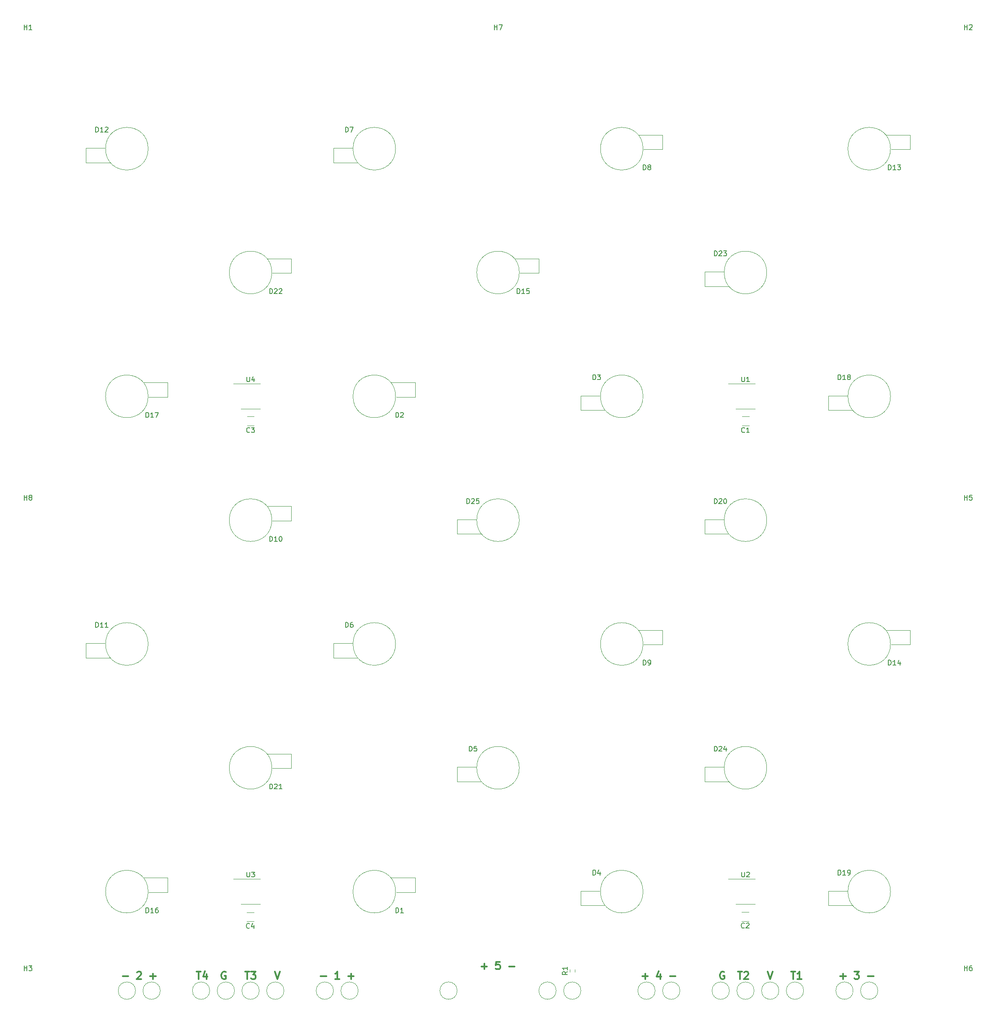
<source format=gbr>
%TF.GenerationSoftware,KiCad,Pcbnew,(5.99.0-7597-g9f5b12c7f7)*%
%TF.CreationDate,2021-12-15T12:42:07+01:00*%
%TF.ProjectId,reflector,7265666c-6563-4746-9f72-2e6b69636164,rev?*%
%TF.SameCoordinates,Original*%
%TF.FileFunction,Legend,Top*%
%TF.FilePolarity,Positive*%
%FSLAX46Y46*%
G04 Gerber Fmt 4.6, Leading zero omitted, Abs format (unit mm)*
G04 Created by KiCad (PCBNEW (5.99.0-7597-g9f5b12c7f7)) date 2021-12-15 12:42:07*
%MOMM*%
%LPD*%
G01*
G04 APERTURE LIST*
%ADD10C,0.375000*%
%ADD11C,0.150000*%
%ADD12C,0.120000*%
G04 APERTURE END LIST*
D10*
X195678571Y-221250000D02*
X195535714Y-221178571D01*
X195321428Y-221178571D01*
X195107142Y-221250000D01*
X194964285Y-221392857D01*
X194892857Y-221535714D01*
X194821428Y-221821428D01*
X194821428Y-222035714D01*
X194892857Y-222321428D01*
X194964285Y-222464285D01*
X195107142Y-222607142D01*
X195321428Y-222678571D01*
X195464285Y-222678571D01*
X195678571Y-222607142D01*
X195750000Y-222535714D01*
X195750000Y-222035714D01*
X195464285Y-222035714D01*
X198464285Y-221178571D02*
X199321428Y-221178571D01*
X198892857Y-222678571D02*
X198892857Y-221178571D01*
X199750000Y-221321428D02*
X199821428Y-221250000D01*
X199964285Y-221178571D01*
X200321428Y-221178571D01*
X200464285Y-221250000D01*
X200535714Y-221321428D01*
X200607142Y-221464285D01*
X200607142Y-221607142D01*
X200535714Y-221821428D01*
X199678571Y-222678571D01*
X200607142Y-222678571D01*
X204464285Y-221178571D02*
X204964285Y-222678571D01*
X205464285Y-221178571D01*
X209178571Y-221178571D02*
X210035714Y-221178571D01*
X209607142Y-222678571D02*
X209607142Y-221178571D01*
X211321428Y-222678571D02*
X210464285Y-222678571D01*
X210892857Y-222678571D02*
X210892857Y-221178571D01*
X210750000Y-221392857D01*
X210607142Y-221535714D01*
X210464285Y-221607142D01*
X179142857Y-222107142D02*
X180285714Y-222107142D01*
X179714285Y-222678571D02*
X179714285Y-221535714D01*
X182785714Y-221678571D02*
X182785714Y-222678571D01*
X182428571Y-221107142D02*
X182071428Y-222178571D01*
X183000000Y-222178571D01*
X184714285Y-222107142D02*
X185857142Y-222107142D01*
X146642857Y-220107142D02*
X147785714Y-220107142D01*
X147214285Y-220678571D02*
X147214285Y-219535714D01*
X150357142Y-219178571D02*
X149642857Y-219178571D01*
X149571428Y-219892857D01*
X149642857Y-219821428D01*
X149785714Y-219750000D01*
X150142857Y-219750000D01*
X150285714Y-219821428D01*
X150357142Y-219892857D01*
X150428571Y-220035714D01*
X150428571Y-220392857D01*
X150357142Y-220535714D01*
X150285714Y-220607142D01*
X150142857Y-220678571D01*
X149785714Y-220678571D01*
X149642857Y-220607142D01*
X149571428Y-220535714D01*
X152214285Y-220107142D02*
X153357142Y-220107142D01*
X114142857Y-222107142D02*
X115285714Y-222107142D01*
X117928571Y-222678571D02*
X117071428Y-222678571D01*
X117500000Y-222678571D02*
X117500000Y-221178571D01*
X117357142Y-221392857D01*
X117214285Y-221535714D01*
X117071428Y-221607142D01*
X119714285Y-222107142D02*
X120857142Y-222107142D01*
X120285714Y-222678571D02*
X120285714Y-221535714D01*
X219142857Y-222107142D02*
X220285714Y-222107142D01*
X219714285Y-222678571D02*
X219714285Y-221535714D01*
X222000000Y-221178571D02*
X222928571Y-221178571D01*
X222428571Y-221750000D01*
X222642857Y-221750000D01*
X222785714Y-221821428D01*
X222857142Y-221892857D01*
X222928571Y-222035714D01*
X222928571Y-222392857D01*
X222857142Y-222535714D01*
X222785714Y-222607142D01*
X222642857Y-222678571D01*
X222214285Y-222678571D01*
X222071428Y-222607142D01*
X222000000Y-222535714D01*
X224714285Y-222107142D02*
X225857142Y-222107142D01*
X74142857Y-222107142D02*
X75285714Y-222107142D01*
X77071428Y-221321428D02*
X77142857Y-221250000D01*
X77285714Y-221178571D01*
X77642857Y-221178571D01*
X77785714Y-221250000D01*
X77857142Y-221321428D01*
X77928571Y-221464285D01*
X77928571Y-221607142D01*
X77857142Y-221821428D01*
X77000000Y-222678571D01*
X77928571Y-222678571D01*
X79714285Y-222107142D02*
X80857142Y-222107142D01*
X80285714Y-222678571D02*
X80285714Y-221535714D01*
X89107142Y-221178571D02*
X89964285Y-221178571D01*
X89535714Y-222678571D02*
X89535714Y-221178571D01*
X91107142Y-221678571D02*
X91107142Y-222678571D01*
X90750000Y-221107142D02*
X90392857Y-222178571D01*
X91321428Y-222178571D01*
X94964285Y-221250000D02*
X94821428Y-221178571D01*
X94607142Y-221178571D01*
X94392857Y-221250000D01*
X94250000Y-221392857D01*
X94178571Y-221535714D01*
X94107142Y-221821428D01*
X94107142Y-222035714D01*
X94178571Y-222321428D01*
X94250000Y-222464285D01*
X94392857Y-222607142D01*
X94607142Y-222678571D01*
X94750000Y-222678571D01*
X94964285Y-222607142D01*
X95035714Y-222535714D01*
X95035714Y-222035714D01*
X94750000Y-222035714D01*
X98892857Y-221178571D02*
X99750000Y-221178571D01*
X99321428Y-222678571D02*
X99321428Y-221178571D01*
X100107142Y-221178571D02*
X101035714Y-221178571D01*
X100535714Y-221750000D01*
X100750000Y-221750000D01*
X100892857Y-221821428D01*
X100964285Y-221892857D01*
X101035714Y-222035714D01*
X101035714Y-222392857D01*
X100964285Y-222535714D01*
X100892857Y-222607142D01*
X100750000Y-222678571D01*
X100321428Y-222678571D01*
X100178571Y-222607142D01*
X100107142Y-222535714D01*
X104892857Y-221178571D02*
X105392857Y-222678571D01*
X105892857Y-221178571D01*
D11*
%TO.C,D22*%
X103865714Y-84262380D02*
X103865714Y-83262380D01*
X104103809Y-83262380D01*
X104246666Y-83310000D01*
X104341904Y-83405238D01*
X104389523Y-83500476D01*
X104437142Y-83690952D01*
X104437142Y-83833809D01*
X104389523Y-84024285D01*
X104341904Y-84119523D01*
X104246666Y-84214761D01*
X104103809Y-84262380D01*
X103865714Y-84262380D01*
X104818095Y-83357619D02*
X104865714Y-83310000D01*
X104960952Y-83262380D01*
X105199047Y-83262380D01*
X105294285Y-83310000D01*
X105341904Y-83357619D01*
X105389523Y-83452857D01*
X105389523Y-83548095D01*
X105341904Y-83690952D01*
X104770476Y-84262380D01*
X105389523Y-84262380D01*
X105770476Y-83357619D02*
X105818095Y-83310000D01*
X105913333Y-83262380D01*
X106151428Y-83262380D01*
X106246666Y-83310000D01*
X106294285Y-83357619D01*
X106341904Y-83452857D01*
X106341904Y-83548095D01*
X106294285Y-83690952D01*
X105722857Y-84262380D01*
X106341904Y-84262380D01*
%TO.C,U2*%
X199238095Y-201052380D02*
X199238095Y-201861904D01*
X199285714Y-201957142D01*
X199333333Y-202004761D01*
X199428571Y-202052380D01*
X199619047Y-202052380D01*
X199714285Y-202004761D01*
X199761904Y-201957142D01*
X199809523Y-201861904D01*
X199809523Y-201052380D01*
X200238095Y-201147619D02*
X200285714Y-201100000D01*
X200380952Y-201052380D01*
X200619047Y-201052380D01*
X200714285Y-201100000D01*
X200761904Y-201147619D01*
X200809523Y-201242857D01*
X200809523Y-201338095D01*
X200761904Y-201480952D01*
X200190476Y-202052380D01*
X200809523Y-202052380D01*
%TO.C,U4*%
X99238095Y-101052380D02*
X99238095Y-101861904D01*
X99285714Y-101957142D01*
X99333333Y-102004761D01*
X99428571Y-102052380D01*
X99619047Y-102052380D01*
X99714285Y-102004761D01*
X99761904Y-101957142D01*
X99809523Y-101861904D01*
X99809523Y-101052380D01*
X100714285Y-101385714D02*
X100714285Y-102052380D01*
X100476190Y-101004761D02*
X100238095Y-101719047D01*
X100857142Y-101719047D01*
%TO.C,D23*%
X193705714Y-76642380D02*
X193705714Y-75642380D01*
X193943809Y-75642380D01*
X194086666Y-75690000D01*
X194181904Y-75785238D01*
X194229523Y-75880476D01*
X194277142Y-76070952D01*
X194277142Y-76213809D01*
X194229523Y-76404285D01*
X194181904Y-76499523D01*
X194086666Y-76594761D01*
X193943809Y-76642380D01*
X193705714Y-76642380D01*
X194658095Y-75737619D02*
X194705714Y-75690000D01*
X194800952Y-75642380D01*
X195039047Y-75642380D01*
X195134285Y-75690000D01*
X195181904Y-75737619D01*
X195229523Y-75832857D01*
X195229523Y-75928095D01*
X195181904Y-76070952D01*
X194610476Y-76642380D01*
X195229523Y-76642380D01*
X195562857Y-75642380D02*
X196181904Y-75642380D01*
X195848571Y-76023333D01*
X195991428Y-76023333D01*
X196086666Y-76070952D01*
X196134285Y-76118571D01*
X196181904Y-76213809D01*
X196181904Y-76451904D01*
X196134285Y-76547142D01*
X196086666Y-76594761D01*
X195991428Y-76642380D01*
X195705714Y-76642380D01*
X195610476Y-76594761D01*
X195562857Y-76547142D01*
%TO.C,D13*%
X228865714Y-59262380D02*
X228865714Y-58262380D01*
X229103809Y-58262380D01*
X229246666Y-58310000D01*
X229341904Y-58405238D01*
X229389523Y-58500476D01*
X229437142Y-58690952D01*
X229437142Y-58833809D01*
X229389523Y-59024285D01*
X229341904Y-59119523D01*
X229246666Y-59214761D01*
X229103809Y-59262380D01*
X228865714Y-59262380D01*
X230389523Y-59262380D02*
X229818095Y-59262380D01*
X230103809Y-59262380D02*
X230103809Y-58262380D01*
X230008571Y-58405238D01*
X229913333Y-58500476D01*
X229818095Y-58548095D01*
X230722857Y-58262380D02*
X231341904Y-58262380D01*
X231008571Y-58643333D01*
X231151428Y-58643333D01*
X231246666Y-58690952D01*
X231294285Y-58738571D01*
X231341904Y-58833809D01*
X231341904Y-59071904D01*
X231294285Y-59167142D01*
X231246666Y-59214761D01*
X231151428Y-59262380D01*
X230865714Y-59262380D01*
X230770476Y-59214761D01*
X230722857Y-59167142D01*
%TO.C,D17*%
X78865714Y-109262380D02*
X78865714Y-108262380D01*
X79103809Y-108262380D01*
X79246666Y-108310000D01*
X79341904Y-108405238D01*
X79389523Y-108500476D01*
X79437142Y-108690952D01*
X79437142Y-108833809D01*
X79389523Y-109024285D01*
X79341904Y-109119523D01*
X79246666Y-109214761D01*
X79103809Y-109262380D01*
X78865714Y-109262380D01*
X80389523Y-109262380D02*
X79818095Y-109262380D01*
X80103809Y-109262380D02*
X80103809Y-108262380D01*
X80008571Y-108405238D01*
X79913333Y-108500476D01*
X79818095Y-108548095D01*
X80722857Y-108262380D02*
X81389523Y-108262380D01*
X80960952Y-109262380D01*
%TO.C,D20*%
X193705714Y-126642380D02*
X193705714Y-125642380D01*
X193943809Y-125642380D01*
X194086666Y-125690000D01*
X194181904Y-125785238D01*
X194229523Y-125880476D01*
X194277142Y-126070952D01*
X194277142Y-126213809D01*
X194229523Y-126404285D01*
X194181904Y-126499523D01*
X194086666Y-126594761D01*
X193943809Y-126642380D01*
X193705714Y-126642380D01*
X194658095Y-125737619D02*
X194705714Y-125690000D01*
X194800952Y-125642380D01*
X195039047Y-125642380D01*
X195134285Y-125690000D01*
X195181904Y-125737619D01*
X195229523Y-125832857D01*
X195229523Y-125928095D01*
X195181904Y-126070952D01*
X194610476Y-126642380D01*
X195229523Y-126642380D01*
X195848571Y-125642380D02*
X195943809Y-125642380D01*
X196039047Y-125690000D01*
X196086666Y-125737619D01*
X196134285Y-125832857D01*
X196181904Y-126023333D01*
X196181904Y-126261428D01*
X196134285Y-126451904D01*
X196086666Y-126547142D01*
X196039047Y-126594761D01*
X195943809Y-126642380D01*
X195848571Y-126642380D01*
X195753333Y-126594761D01*
X195705714Y-126547142D01*
X195658095Y-126451904D01*
X195610476Y-126261428D01*
X195610476Y-126023333D01*
X195658095Y-125832857D01*
X195705714Y-125737619D01*
X195753333Y-125690000D01*
X195848571Y-125642380D01*
%TO.C,D4*%
X169181904Y-201642380D02*
X169181904Y-200642380D01*
X169420000Y-200642380D01*
X169562857Y-200690000D01*
X169658095Y-200785238D01*
X169705714Y-200880476D01*
X169753333Y-201070952D01*
X169753333Y-201213809D01*
X169705714Y-201404285D01*
X169658095Y-201499523D01*
X169562857Y-201594761D01*
X169420000Y-201642380D01*
X169181904Y-201642380D01*
X170610476Y-200975714D02*
X170610476Y-201642380D01*
X170372380Y-200594761D02*
X170134285Y-201309047D01*
X170753333Y-201309047D01*
%TO.C,C1*%
X199833333Y-112207142D02*
X199785714Y-112254761D01*
X199642857Y-112302380D01*
X199547619Y-112302380D01*
X199404761Y-112254761D01*
X199309523Y-112159523D01*
X199261904Y-112064285D01*
X199214285Y-111873809D01*
X199214285Y-111730952D01*
X199261904Y-111540476D01*
X199309523Y-111445238D01*
X199404761Y-111350000D01*
X199547619Y-111302380D01*
X199642857Y-111302380D01*
X199785714Y-111350000D01*
X199833333Y-111397619D01*
X200785714Y-112302380D02*
X200214285Y-112302380D01*
X200500000Y-112302380D02*
X200500000Y-111302380D01*
X200404761Y-111445238D01*
X200309523Y-111540476D01*
X200214285Y-111588095D01*
%TO.C,H1*%
X54238095Y-30952380D02*
X54238095Y-29952380D01*
X54238095Y-30428571D02*
X54809523Y-30428571D01*
X54809523Y-30952380D02*
X54809523Y-29952380D01*
X55809523Y-30952380D02*
X55238095Y-30952380D01*
X55523809Y-30952380D02*
X55523809Y-29952380D01*
X55428571Y-30095238D01*
X55333333Y-30190476D01*
X55238095Y-30238095D01*
%TO.C,C3*%
X99833333Y-112207142D02*
X99785714Y-112254761D01*
X99642857Y-112302380D01*
X99547619Y-112302380D01*
X99404761Y-112254761D01*
X99309523Y-112159523D01*
X99261904Y-112064285D01*
X99214285Y-111873809D01*
X99214285Y-111730952D01*
X99261904Y-111540476D01*
X99309523Y-111445238D01*
X99404761Y-111350000D01*
X99547619Y-111302380D01*
X99642857Y-111302380D01*
X99785714Y-111350000D01*
X99833333Y-111397619D01*
X100166666Y-111302380D02*
X100785714Y-111302380D01*
X100452380Y-111683333D01*
X100595238Y-111683333D01*
X100690476Y-111730952D01*
X100738095Y-111778571D01*
X100785714Y-111873809D01*
X100785714Y-112111904D01*
X100738095Y-112207142D01*
X100690476Y-112254761D01*
X100595238Y-112302380D01*
X100309523Y-112302380D01*
X100214285Y-112254761D01*
X100166666Y-112207142D01*
%TO.C,D10*%
X103865714Y-134262380D02*
X103865714Y-133262380D01*
X104103809Y-133262380D01*
X104246666Y-133310000D01*
X104341904Y-133405238D01*
X104389523Y-133500476D01*
X104437142Y-133690952D01*
X104437142Y-133833809D01*
X104389523Y-134024285D01*
X104341904Y-134119523D01*
X104246666Y-134214761D01*
X104103809Y-134262380D01*
X103865714Y-134262380D01*
X105389523Y-134262380D02*
X104818095Y-134262380D01*
X105103809Y-134262380D02*
X105103809Y-133262380D01*
X105008571Y-133405238D01*
X104913333Y-133500476D01*
X104818095Y-133548095D01*
X106008571Y-133262380D02*
X106103809Y-133262380D01*
X106199047Y-133310000D01*
X106246666Y-133357619D01*
X106294285Y-133452857D01*
X106341904Y-133643333D01*
X106341904Y-133881428D01*
X106294285Y-134071904D01*
X106246666Y-134167142D01*
X106199047Y-134214761D01*
X106103809Y-134262380D01*
X106008571Y-134262380D01*
X105913333Y-134214761D01*
X105865714Y-134167142D01*
X105818095Y-134071904D01*
X105770476Y-133881428D01*
X105770476Y-133643333D01*
X105818095Y-133452857D01*
X105865714Y-133357619D01*
X105913333Y-133310000D01*
X106008571Y-133262380D01*
%TO.C,D6*%
X119181904Y-151642380D02*
X119181904Y-150642380D01*
X119420000Y-150642380D01*
X119562857Y-150690000D01*
X119658095Y-150785238D01*
X119705714Y-150880476D01*
X119753333Y-151070952D01*
X119753333Y-151213809D01*
X119705714Y-151404285D01*
X119658095Y-151499523D01*
X119562857Y-151594761D01*
X119420000Y-151642380D01*
X119181904Y-151642380D01*
X120610476Y-150642380D02*
X120420000Y-150642380D01*
X120324761Y-150690000D01*
X120277142Y-150737619D01*
X120181904Y-150880476D01*
X120134285Y-151070952D01*
X120134285Y-151451904D01*
X120181904Y-151547142D01*
X120229523Y-151594761D01*
X120324761Y-151642380D01*
X120515238Y-151642380D01*
X120610476Y-151594761D01*
X120658095Y-151547142D01*
X120705714Y-151451904D01*
X120705714Y-151213809D01*
X120658095Y-151118571D01*
X120610476Y-151070952D01*
X120515238Y-151023333D01*
X120324761Y-151023333D01*
X120229523Y-151070952D01*
X120181904Y-151118571D01*
X120134285Y-151213809D01*
%TO.C,H5*%
X244238095Y-125952380D02*
X244238095Y-124952380D01*
X244238095Y-125428571D02*
X244809523Y-125428571D01*
X244809523Y-125952380D02*
X244809523Y-124952380D01*
X245761904Y-124952380D02*
X245285714Y-124952380D01*
X245238095Y-125428571D01*
X245285714Y-125380952D01*
X245380952Y-125333333D01*
X245619047Y-125333333D01*
X245714285Y-125380952D01*
X245761904Y-125428571D01*
X245809523Y-125523809D01*
X245809523Y-125761904D01*
X245761904Y-125857142D01*
X245714285Y-125904761D01*
X245619047Y-125952380D01*
X245380952Y-125952380D01*
X245285714Y-125904761D01*
X245238095Y-125857142D01*
%TO.C,H8*%
X54238095Y-125952380D02*
X54238095Y-124952380D01*
X54238095Y-125428571D02*
X54809523Y-125428571D01*
X54809523Y-125952380D02*
X54809523Y-124952380D01*
X55428571Y-125380952D02*
X55333333Y-125333333D01*
X55285714Y-125285714D01*
X55238095Y-125190476D01*
X55238095Y-125142857D01*
X55285714Y-125047619D01*
X55333333Y-125000000D01*
X55428571Y-124952380D01*
X55619047Y-124952380D01*
X55714285Y-125000000D01*
X55761904Y-125047619D01*
X55809523Y-125142857D01*
X55809523Y-125190476D01*
X55761904Y-125285714D01*
X55714285Y-125333333D01*
X55619047Y-125380952D01*
X55428571Y-125380952D01*
X55333333Y-125428571D01*
X55285714Y-125476190D01*
X55238095Y-125571428D01*
X55238095Y-125761904D01*
X55285714Y-125857142D01*
X55333333Y-125904761D01*
X55428571Y-125952380D01*
X55619047Y-125952380D01*
X55714285Y-125904761D01*
X55761904Y-125857142D01*
X55809523Y-125761904D01*
X55809523Y-125571428D01*
X55761904Y-125476190D01*
X55714285Y-125428571D01*
X55619047Y-125380952D01*
%TO.C,D1*%
X129341904Y-209262380D02*
X129341904Y-208262380D01*
X129580000Y-208262380D01*
X129722857Y-208310000D01*
X129818095Y-208405238D01*
X129865714Y-208500476D01*
X129913333Y-208690952D01*
X129913333Y-208833809D01*
X129865714Y-209024285D01*
X129818095Y-209119523D01*
X129722857Y-209214761D01*
X129580000Y-209262380D01*
X129341904Y-209262380D01*
X130865714Y-209262380D02*
X130294285Y-209262380D01*
X130580000Y-209262380D02*
X130580000Y-208262380D01*
X130484761Y-208405238D01*
X130389523Y-208500476D01*
X130294285Y-208548095D01*
%TO.C,D8*%
X179341904Y-59262380D02*
X179341904Y-58262380D01*
X179580000Y-58262380D01*
X179722857Y-58310000D01*
X179818095Y-58405238D01*
X179865714Y-58500476D01*
X179913333Y-58690952D01*
X179913333Y-58833809D01*
X179865714Y-59024285D01*
X179818095Y-59119523D01*
X179722857Y-59214761D01*
X179580000Y-59262380D01*
X179341904Y-59262380D01*
X180484761Y-58690952D02*
X180389523Y-58643333D01*
X180341904Y-58595714D01*
X180294285Y-58500476D01*
X180294285Y-58452857D01*
X180341904Y-58357619D01*
X180389523Y-58310000D01*
X180484761Y-58262380D01*
X180675238Y-58262380D01*
X180770476Y-58310000D01*
X180818095Y-58357619D01*
X180865714Y-58452857D01*
X180865714Y-58500476D01*
X180818095Y-58595714D01*
X180770476Y-58643333D01*
X180675238Y-58690952D01*
X180484761Y-58690952D01*
X180389523Y-58738571D01*
X180341904Y-58786190D01*
X180294285Y-58881428D01*
X180294285Y-59071904D01*
X180341904Y-59167142D01*
X180389523Y-59214761D01*
X180484761Y-59262380D01*
X180675238Y-59262380D01*
X180770476Y-59214761D01*
X180818095Y-59167142D01*
X180865714Y-59071904D01*
X180865714Y-58881428D01*
X180818095Y-58786190D01*
X180770476Y-58738571D01*
X180675238Y-58690952D01*
%TO.C,D14*%
X228865714Y-159262380D02*
X228865714Y-158262380D01*
X229103809Y-158262380D01*
X229246666Y-158310000D01*
X229341904Y-158405238D01*
X229389523Y-158500476D01*
X229437142Y-158690952D01*
X229437142Y-158833809D01*
X229389523Y-159024285D01*
X229341904Y-159119523D01*
X229246666Y-159214761D01*
X229103809Y-159262380D01*
X228865714Y-159262380D01*
X230389523Y-159262380D02*
X229818095Y-159262380D01*
X230103809Y-159262380D02*
X230103809Y-158262380D01*
X230008571Y-158405238D01*
X229913333Y-158500476D01*
X229818095Y-158548095D01*
X231246666Y-158595714D02*
X231246666Y-159262380D01*
X231008571Y-158214761D02*
X230770476Y-158929047D01*
X231389523Y-158929047D01*
%TO.C,H2*%
X244238095Y-30952380D02*
X244238095Y-29952380D01*
X244238095Y-30428571D02*
X244809523Y-30428571D01*
X244809523Y-30952380D02*
X244809523Y-29952380D01*
X245238095Y-30047619D02*
X245285714Y-30000000D01*
X245380952Y-29952380D01*
X245619047Y-29952380D01*
X245714285Y-30000000D01*
X245761904Y-30047619D01*
X245809523Y-30142857D01*
X245809523Y-30238095D01*
X245761904Y-30380952D01*
X245190476Y-30952380D01*
X245809523Y-30952380D01*
%TO.C,D25*%
X143705714Y-126642380D02*
X143705714Y-125642380D01*
X143943809Y-125642380D01*
X144086666Y-125690000D01*
X144181904Y-125785238D01*
X144229523Y-125880476D01*
X144277142Y-126070952D01*
X144277142Y-126213809D01*
X144229523Y-126404285D01*
X144181904Y-126499523D01*
X144086666Y-126594761D01*
X143943809Y-126642380D01*
X143705714Y-126642380D01*
X144658095Y-125737619D02*
X144705714Y-125690000D01*
X144800952Y-125642380D01*
X145039047Y-125642380D01*
X145134285Y-125690000D01*
X145181904Y-125737619D01*
X145229523Y-125832857D01*
X145229523Y-125928095D01*
X145181904Y-126070952D01*
X144610476Y-126642380D01*
X145229523Y-126642380D01*
X146134285Y-125642380D02*
X145658095Y-125642380D01*
X145610476Y-126118571D01*
X145658095Y-126070952D01*
X145753333Y-126023333D01*
X145991428Y-126023333D01*
X146086666Y-126070952D01*
X146134285Y-126118571D01*
X146181904Y-126213809D01*
X146181904Y-126451904D01*
X146134285Y-126547142D01*
X146086666Y-126594761D01*
X145991428Y-126642380D01*
X145753333Y-126642380D01*
X145658095Y-126594761D01*
X145610476Y-126547142D01*
%TO.C,H3*%
X54238095Y-220952380D02*
X54238095Y-219952380D01*
X54238095Y-220428571D02*
X54809523Y-220428571D01*
X54809523Y-220952380D02*
X54809523Y-219952380D01*
X55190476Y-219952380D02*
X55809523Y-219952380D01*
X55476190Y-220333333D01*
X55619047Y-220333333D01*
X55714285Y-220380952D01*
X55761904Y-220428571D01*
X55809523Y-220523809D01*
X55809523Y-220761904D01*
X55761904Y-220857142D01*
X55714285Y-220904761D01*
X55619047Y-220952380D01*
X55333333Y-220952380D01*
X55238095Y-220904761D01*
X55190476Y-220857142D01*
%TO.C,C4*%
X99783333Y-212307142D02*
X99735714Y-212354761D01*
X99592857Y-212402380D01*
X99497619Y-212402380D01*
X99354761Y-212354761D01*
X99259523Y-212259523D01*
X99211904Y-212164285D01*
X99164285Y-211973809D01*
X99164285Y-211830952D01*
X99211904Y-211640476D01*
X99259523Y-211545238D01*
X99354761Y-211450000D01*
X99497619Y-211402380D01*
X99592857Y-211402380D01*
X99735714Y-211450000D01*
X99783333Y-211497619D01*
X100640476Y-211735714D02*
X100640476Y-212402380D01*
X100402380Y-211354761D02*
X100164285Y-212069047D01*
X100783333Y-212069047D01*
%TO.C,U1*%
X199238095Y-101052380D02*
X199238095Y-101861904D01*
X199285714Y-101957142D01*
X199333333Y-102004761D01*
X199428571Y-102052380D01*
X199619047Y-102052380D01*
X199714285Y-102004761D01*
X199761904Y-101957142D01*
X199809523Y-101861904D01*
X199809523Y-101052380D01*
X200809523Y-102052380D02*
X200238095Y-102052380D01*
X200523809Y-102052380D02*
X200523809Y-101052380D01*
X200428571Y-101195238D01*
X200333333Y-101290476D01*
X200238095Y-101338095D01*
%TO.C,D21*%
X103865714Y-184262380D02*
X103865714Y-183262380D01*
X104103809Y-183262380D01*
X104246666Y-183310000D01*
X104341904Y-183405238D01*
X104389523Y-183500476D01*
X104437142Y-183690952D01*
X104437142Y-183833809D01*
X104389523Y-184024285D01*
X104341904Y-184119523D01*
X104246666Y-184214761D01*
X104103809Y-184262380D01*
X103865714Y-184262380D01*
X104818095Y-183357619D02*
X104865714Y-183310000D01*
X104960952Y-183262380D01*
X105199047Y-183262380D01*
X105294285Y-183310000D01*
X105341904Y-183357619D01*
X105389523Y-183452857D01*
X105389523Y-183548095D01*
X105341904Y-183690952D01*
X104770476Y-184262380D01*
X105389523Y-184262380D01*
X106341904Y-184262380D02*
X105770476Y-184262380D01*
X106056190Y-184262380D02*
X106056190Y-183262380D01*
X105960952Y-183405238D01*
X105865714Y-183500476D01*
X105770476Y-183548095D01*
%TO.C,D24*%
X193705714Y-176642380D02*
X193705714Y-175642380D01*
X193943809Y-175642380D01*
X194086666Y-175690000D01*
X194181904Y-175785238D01*
X194229523Y-175880476D01*
X194277142Y-176070952D01*
X194277142Y-176213809D01*
X194229523Y-176404285D01*
X194181904Y-176499523D01*
X194086666Y-176594761D01*
X193943809Y-176642380D01*
X193705714Y-176642380D01*
X194658095Y-175737619D02*
X194705714Y-175690000D01*
X194800952Y-175642380D01*
X195039047Y-175642380D01*
X195134285Y-175690000D01*
X195181904Y-175737619D01*
X195229523Y-175832857D01*
X195229523Y-175928095D01*
X195181904Y-176070952D01*
X194610476Y-176642380D01*
X195229523Y-176642380D01*
X196086666Y-175975714D02*
X196086666Y-176642380D01*
X195848571Y-175594761D02*
X195610476Y-176309047D01*
X196229523Y-176309047D01*
%TO.C,D3*%
X169181904Y-101642380D02*
X169181904Y-100642380D01*
X169420000Y-100642380D01*
X169562857Y-100690000D01*
X169658095Y-100785238D01*
X169705714Y-100880476D01*
X169753333Y-101070952D01*
X169753333Y-101213809D01*
X169705714Y-101404285D01*
X169658095Y-101499523D01*
X169562857Y-101594761D01*
X169420000Y-101642380D01*
X169181904Y-101642380D01*
X170086666Y-100642380D02*
X170705714Y-100642380D01*
X170372380Y-101023333D01*
X170515238Y-101023333D01*
X170610476Y-101070952D01*
X170658095Y-101118571D01*
X170705714Y-101213809D01*
X170705714Y-101451904D01*
X170658095Y-101547142D01*
X170610476Y-101594761D01*
X170515238Y-101642380D01*
X170229523Y-101642380D01*
X170134285Y-101594761D01*
X170086666Y-101547142D01*
%TO.C,D15*%
X153865714Y-84262380D02*
X153865714Y-83262380D01*
X154103809Y-83262380D01*
X154246666Y-83310000D01*
X154341904Y-83405238D01*
X154389523Y-83500476D01*
X154437142Y-83690952D01*
X154437142Y-83833809D01*
X154389523Y-84024285D01*
X154341904Y-84119523D01*
X154246666Y-84214761D01*
X154103809Y-84262380D01*
X153865714Y-84262380D01*
X155389523Y-84262380D02*
X154818095Y-84262380D01*
X155103809Y-84262380D02*
X155103809Y-83262380D01*
X155008571Y-83405238D01*
X154913333Y-83500476D01*
X154818095Y-83548095D01*
X156294285Y-83262380D02*
X155818095Y-83262380D01*
X155770476Y-83738571D01*
X155818095Y-83690952D01*
X155913333Y-83643333D01*
X156151428Y-83643333D01*
X156246666Y-83690952D01*
X156294285Y-83738571D01*
X156341904Y-83833809D01*
X156341904Y-84071904D01*
X156294285Y-84167142D01*
X156246666Y-84214761D01*
X156151428Y-84262380D01*
X155913333Y-84262380D01*
X155818095Y-84214761D01*
X155770476Y-84167142D01*
%TO.C,D11*%
X68705714Y-151642380D02*
X68705714Y-150642380D01*
X68943809Y-150642380D01*
X69086666Y-150690000D01*
X69181904Y-150785238D01*
X69229523Y-150880476D01*
X69277142Y-151070952D01*
X69277142Y-151213809D01*
X69229523Y-151404285D01*
X69181904Y-151499523D01*
X69086666Y-151594761D01*
X68943809Y-151642380D01*
X68705714Y-151642380D01*
X70229523Y-151642380D02*
X69658095Y-151642380D01*
X69943809Y-151642380D02*
X69943809Y-150642380D01*
X69848571Y-150785238D01*
X69753333Y-150880476D01*
X69658095Y-150928095D01*
X71181904Y-151642380D02*
X70610476Y-151642380D01*
X70896190Y-151642380D02*
X70896190Y-150642380D01*
X70800952Y-150785238D01*
X70705714Y-150880476D01*
X70610476Y-150928095D01*
%TO.C,D19*%
X218705714Y-201642380D02*
X218705714Y-200642380D01*
X218943809Y-200642380D01*
X219086666Y-200690000D01*
X219181904Y-200785238D01*
X219229523Y-200880476D01*
X219277142Y-201070952D01*
X219277142Y-201213809D01*
X219229523Y-201404285D01*
X219181904Y-201499523D01*
X219086666Y-201594761D01*
X218943809Y-201642380D01*
X218705714Y-201642380D01*
X220229523Y-201642380D02*
X219658095Y-201642380D01*
X219943809Y-201642380D02*
X219943809Y-200642380D01*
X219848571Y-200785238D01*
X219753333Y-200880476D01*
X219658095Y-200928095D01*
X220705714Y-201642380D02*
X220896190Y-201642380D01*
X220991428Y-201594761D01*
X221039047Y-201547142D01*
X221134285Y-201404285D01*
X221181904Y-201213809D01*
X221181904Y-200832857D01*
X221134285Y-200737619D01*
X221086666Y-200690000D01*
X220991428Y-200642380D01*
X220800952Y-200642380D01*
X220705714Y-200690000D01*
X220658095Y-200737619D01*
X220610476Y-200832857D01*
X220610476Y-201070952D01*
X220658095Y-201166190D01*
X220705714Y-201213809D01*
X220800952Y-201261428D01*
X220991428Y-201261428D01*
X221086666Y-201213809D01*
X221134285Y-201166190D01*
X221181904Y-201070952D01*
%TO.C,C2*%
X199783333Y-212257142D02*
X199735714Y-212304761D01*
X199592857Y-212352380D01*
X199497619Y-212352380D01*
X199354761Y-212304761D01*
X199259523Y-212209523D01*
X199211904Y-212114285D01*
X199164285Y-211923809D01*
X199164285Y-211780952D01*
X199211904Y-211590476D01*
X199259523Y-211495238D01*
X199354761Y-211400000D01*
X199497619Y-211352380D01*
X199592857Y-211352380D01*
X199735714Y-211400000D01*
X199783333Y-211447619D01*
X200164285Y-211447619D02*
X200211904Y-211400000D01*
X200307142Y-211352380D01*
X200545238Y-211352380D01*
X200640476Y-211400000D01*
X200688095Y-211447619D01*
X200735714Y-211542857D01*
X200735714Y-211638095D01*
X200688095Y-211780952D01*
X200116666Y-212352380D01*
X200735714Y-212352380D01*
%TO.C,D18*%
X218705714Y-101642380D02*
X218705714Y-100642380D01*
X218943809Y-100642380D01*
X219086666Y-100690000D01*
X219181904Y-100785238D01*
X219229523Y-100880476D01*
X219277142Y-101070952D01*
X219277142Y-101213809D01*
X219229523Y-101404285D01*
X219181904Y-101499523D01*
X219086666Y-101594761D01*
X218943809Y-101642380D01*
X218705714Y-101642380D01*
X220229523Y-101642380D02*
X219658095Y-101642380D01*
X219943809Y-101642380D02*
X219943809Y-100642380D01*
X219848571Y-100785238D01*
X219753333Y-100880476D01*
X219658095Y-100928095D01*
X220800952Y-101070952D02*
X220705714Y-101023333D01*
X220658095Y-100975714D01*
X220610476Y-100880476D01*
X220610476Y-100832857D01*
X220658095Y-100737619D01*
X220705714Y-100690000D01*
X220800952Y-100642380D01*
X220991428Y-100642380D01*
X221086666Y-100690000D01*
X221134285Y-100737619D01*
X221181904Y-100832857D01*
X221181904Y-100880476D01*
X221134285Y-100975714D01*
X221086666Y-101023333D01*
X220991428Y-101070952D01*
X220800952Y-101070952D01*
X220705714Y-101118571D01*
X220658095Y-101166190D01*
X220610476Y-101261428D01*
X220610476Y-101451904D01*
X220658095Y-101547142D01*
X220705714Y-101594761D01*
X220800952Y-101642380D01*
X220991428Y-101642380D01*
X221086666Y-101594761D01*
X221134285Y-101547142D01*
X221181904Y-101451904D01*
X221181904Y-101261428D01*
X221134285Y-101166190D01*
X221086666Y-101118571D01*
X220991428Y-101070952D01*
%TO.C,D7*%
X119181904Y-51642380D02*
X119181904Y-50642380D01*
X119420000Y-50642380D01*
X119562857Y-50690000D01*
X119658095Y-50785238D01*
X119705714Y-50880476D01*
X119753333Y-51070952D01*
X119753333Y-51213809D01*
X119705714Y-51404285D01*
X119658095Y-51499523D01*
X119562857Y-51594761D01*
X119420000Y-51642380D01*
X119181904Y-51642380D01*
X120086666Y-50642380D02*
X120753333Y-50642380D01*
X120324761Y-51642380D01*
%TO.C,U3*%
X99238095Y-201052380D02*
X99238095Y-201861904D01*
X99285714Y-201957142D01*
X99333333Y-202004761D01*
X99428571Y-202052380D01*
X99619047Y-202052380D01*
X99714285Y-202004761D01*
X99761904Y-201957142D01*
X99809523Y-201861904D01*
X99809523Y-201052380D01*
X100190476Y-201052380D02*
X100809523Y-201052380D01*
X100476190Y-201433333D01*
X100619047Y-201433333D01*
X100714285Y-201480952D01*
X100761904Y-201528571D01*
X100809523Y-201623809D01*
X100809523Y-201861904D01*
X100761904Y-201957142D01*
X100714285Y-202004761D01*
X100619047Y-202052380D01*
X100333333Y-202052380D01*
X100238095Y-202004761D01*
X100190476Y-201957142D01*
%TO.C,D9*%
X179341904Y-159262380D02*
X179341904Y-158262380D01*
X179580000Y-158262380D01*
X179722857Y-158310000D01*
X179818095Y-158405238D01*
X179865714Y-158500476D01*
X179913333Y-158690952D01*
X179913333Y-158833809D01*
X179865714Y-159024285D01*
X179818095Y-159119523D01*
X179722857Y-159214761D01*
X179580000Y-159262380D01*
X179341904Y-159262380D01*
X180389523Y-159262380D02*
X180580000Y-159262380D01*
X180675238Y-159214761D01*
X180722857Y-159167142D01*
X180818095Y-159024285D01*
X180865714Y-158833809D01*
X180865714Y-158452857D01*
X180818095Y-158357619D01*
X180770476Y-158310000D01*
X180675238Y-158262380D01*
X180484761Y-158262380D01*
X180389523Y-158310000D01*
X180341904Y-158357619D01*
X180294285Y-158452857D01*
X180294285Y-158690952D01*
X180341904Y-158786190D01*
X180389523Y-158833809D01*
X180484761Y-158881428D01*
X180675238Y-158881428D01*
X180770476Y-158833809D01*
X180818095Y-158786190D01*
X180865714Y-158690952D01*
%TO.C,H6*%
X244238095Y-220952380D02*
X244238095Y-219952380D01*
X244238095Y-220428571D02*
X244809523Y-220428571D01*
X244809523Y-220952380D02*
X244809523Y-219952380D01*
X245714285Y-219952380D02*
X245523809Y-219952380D01*
X245428571Y-220000000D01*
X245380952Y-220047619D01*
X245285714Y-220190476D01*
X245238095Y-220380952D01*
X245238095Y-220761904D01*
X245285714Y-220857142D01*
X245333333Y-220904761D01*
X245428571Y-220952380D01*
X245619047Y-220952380D01*
X245714285Y-220904761D01*
X245761904Y-220857142D01*
X245809523Y-220761904D01*
X245809523Y-220523809D01*
X245761904Y-220428571D01*
X245714285Y-220380952D01*
X245619047Y-220333333D01*
X245428571Y-220333333D01*
X245333333Y-220380952D01*
X245285714Y-220428571D01*
X245238095Y-220523809D01*
%TO.C,D5*%
X144181904Y-176642380D02*
X144181904Y-175642380D01*
X144420000Y-175642380D01*
X144562857Y-175690000D01*
X144658095Y-175785238D01*
X144705714Y-175880476D01*
X144753333Y-176070952D01*
X144753333Y-176213809D01*
X144705714Y-176404285D01*
X144658095Y-176499523D01*
X144562857Y-176594761D01*
X144420000Y-176642380D01*
X144181904Y-176642380D01*
X145658095Y-175642380D02*
X145181904Y-175642380D01*
X145134285Y-176118571D01*
X145181904Y-176070952D01*
X145277142Y-176023333D01*
X145515238Y-176023333D01*
X145610476Y-176070952D01*
X145658095Y-176118571D01*
X145705714Y-176213809D01*
X145705714Y-176451904D01*
X145658095Y-176547142D01*
X145610476Y-176594761D01*
X145515238Y-176642380D01*
X145277142Y-176642380D01*
X145181904Y-176594761D01*
X145134285Y-176547142D01*
%TO.C,H7*%
X149238095Y-30952380D02*
X149238095Y-29952380D01*
X149238095Y-30428571D02*
X149809523Y-30428571D01*
X149809523Y-30952380D02*
X149809523Y-29952380D01*
X150190476Y-29952380D02*
X150857142Y-29952380D01*
X150428571Y-30952380D01*
%TO.C,D2*%
X129341904Y-109262380D02*
X129341904Y-108262380D01*
X129580000Y-108262380D01*
X129722857Y-108310000D01*
X129818095Y-108405238D01*
X129865714Y-108500476D01*
X129913333Y-108690952D01*
X129913333Y-108833809D01*
X129865714Y-109024285D01*
X129818095Y-109119523D01*
X129722857Y-109214761D01*
X129580000Y-109262380D01*
X129341904Y-109262380D01*
X130294285Y-108357619D02*
X130341904Y-108310000D01*
X130437142Y-108262380D01*
X130675238Y-108262380D01*
X130770476Y-108310000D01*
X130818095Y-108357619D01*
X130865714Y-108452857D01*
X130865714Y-108548095D01*
X130818095Y-108690952D01*
X130246666Y-109262380D01*
X130865714Y-109262380D01*
%TO.C,R1*%
X164022380Y-221166666D02*
X163546190Y-221500000D01*
X164022380Y-221738095D02*
X163022380Y-221738095D01*
X163022380Y-221357142D01*
X163070000Y-221261904D01*
X163117619Y-221214285D01*
X163212857Y-221166666D01*
X163355714Y-221166666D01*
X163450952Y-221214285D01*
X163498571Y-221261904D01*
X163546190Y-221357142D01*
X163546190Y-221738095D01*
X164022380Y-220214285D02*
X164022380Y-220785714D01*
X164022380Y-220500000D02*
X163022380Y-220500000D01*
X163165238Y-220595238D01*
X163260476Y-220690476D01*
X163308095Y-220785714D01*
%TO.C,D16*%
X78865714Y-209262380D02*
X78865714Y-208262380D01*
X79103809Y-208262380D01*
X79246666Y-208310000D01*
X79341904Y-208405238D01*
X79389523Y-208500476D01*
X79437142Y-208690952D01*
X79437142Y-208833809D01*
X79389523Y-209024285D01*
X79341904Y-209119523D01*
X79246666Y-209214761D01*
X79103809Y-209262380D01*
X78865714Y-209262380D01*
X80389523Y-209262380D02*
X79818095Y-209262380D01*
X80103809Y-209262380D02*
X80103809Y-208262380D01*
X80008571Y-208405238D01*
X79913333Y-208500476D01*
X79818095Y-208548095D01*
X81246666Y-208262380D02*
X81056190Y-208262380D01*
X80960952Y-208310000D01*
X80913333Y-208357619D01*
X80818095Y-208500476D01*
X80770476Y-208690952D01*
X80770476Y-209071904D01*
X80818095Y-209167142D01*
X80865714Y-209214761D01*
X80960952Y-209262380D01*
X81151428Y-209262380D01*
X81246666Y-209214761D01*
X81294285Y-209167142D01*
X81341904Y-209071904D01*
X81341904Y-208833809D01*
X81294285Y-208738571D01*
X81246666Y-208690952D01*
X81151428Y-208643333D01*
X80960952Y-208643333D01*
X80865714Y-208690952D01*
X80818095Y-208738571D01*
X80770476Y-208833809D01*
%TO.C,D12*%
X68705714Y-51642380D02*
X68705714Y-50642380D01*
X68943809Y-50642380D01*
X69086666Y-50690000D01*
X69181904Y-50785238D01*
X69229523Y-50880476D01*
X69277142Y-51070952D01*
X69277142Y-51213809D01*
X69229523Y-51404285D01*
X69181904Y-51499523D01*
X69086666Y-51594761D01*
X68943809Y-51642380D01*
X68705714Y-51642380D01*
X70229523Y-51642380D02*
X69658095Y-51642380D01*
X69943809Y-51642380D02*
X69943809Y-50642380D01*
X69848571Y-50785238D01*
X69753333Y-50880476D01*
X69658095Y-50928095D01*
X70610476Y-50737619D02*
X70658095Y-50690000D01*
X70753333Y-50642380D01*
X70991428Y-50642380D01*
X71086666Y-50690000D01*
X71134285Y-50737619D01*
X71181904Y-50832857D01*
X71181904Y-50928095D01*
X71134285Y-51070952D01*
X70562857Y-51642380D01*
X71181904Y-51642380D01*
D12*
%TO.C,D22*%
X108255000Y-77206000D02*
X103429000Y-77206000D01*
X104445000Y-80127000D02*
X108255000Y-80127000D01*
X108255000Y-80127000D02*
X108255000Y-77206000D01*
X104300000Y-80000000D02*
G75*
G03*
X104300000Y-80000000I-4300000J0D01*
G01*
%TO.C,J2*%
X116750000Y-225000000D02*
G75*
G03*
X116750000Y-225000000I-1750000J0D01*
G01*
%TO.C,U2*%
X200000000Y-202440000D02*
X201950000Y-202440000D01*
X200000000Y-207560000D02*
X198050000Y-207560000D01*
X200000000Y-207560000D02*
X201950000Y-207560000D01*
X200000000Y-202440000D02*
X196550000Y-202440000D01*
%TO.C,J4*%
X76750000Y-225000000D02*
G75*
G03*
X76750000Y-225000000I-1750000J0D01*
G01*
%TO.C,U4*%
X100000000Y-102440000D02*
X96550000Y-102440000D01*
X100000000Y-102440000D02*
X101950000Y-102440000D01*
X100000000Y-107560000D02*
X98050000Y-107560000D01*
X100000000Y-107560000D02*
X101950000Y-107560000D01*
%TO.C,J8*%
X186750000Y-225000000D02*
G75*
G03*
X186750000Y-225000000I-1750000J0D01*
G01*
%TO.C,D23*%
X195555000Y-79873000D02*
X191745000Y-79873000D01*
X191745000Y-79873000D02*
X191745000Y-82794000D01*
X191745000Y-82794000D02*
X196571000Y-82794000D01*
X204300000Y-80000000D02*
G75*
G03*
X204300000Y-80000000I-4300000J0D01*
G01*
%TO.C,D13*%
X233255000Y-55127000D02*
X233255000Y-52206000D01*
X229445000Y-55127000D02*
X233255000Y-55127000D01*
X233255000Y-52206000D02*
X228429000Y-52206000D01*
X229300000Y-55000000D02*
G75*
G03*
X229300000Y-55000000I-4300000J0D01*
G01*
%TO.C,J5*%
X221750000Y-225000000D02*
G75*
G03*
X221750000Y-225000000I-1750000J0D01*
G01*
%TO.C,D17*%
X83255000Y-102206000D02*
X78429000Y-102206000D01*
X79445000Y-105127000D02*
X83255000Y-105127000D01*
X83255000Y-105127000D02*
X83255000Y-102206000D01*
X79300000Y-105000000D02*
G75*
G03*
X79300000Y-105000000I-4300000J0D01*
G01*
%TO.C,D20*%
X191745000Y-132794000D02*
X196571000Y-132794000D01*
X191745000Y-129873000D02*
X191745000Y-132794000D01*
X195555000Y-129873000D02*
X191745000Y-129873000D01*
X204300000Y-130000000D02*
G75*
G03*
X204300000Y-130000000I-4300000J0D01*
G01*
%TO.C,J17*%
X91750000Y-225000000D02*
G75*
G03*
X91750000Y-225000000I-1750000J0D01*
G01*
%TO.C,D4*%
X166745000Y-204873000D02*
X166745000Y-207794000D01*
X170555000Y-204873000D02*
X166745000Y-204873000D01*
X166745000Y-207794000D02*
X171571000Y-207794000D01*
X179300000Y-205000000D02*
G75*
G03*
X179300000Y-205000000I-4300000J0D01*
G01*
%TO.C,C1*%
X200711252Y-109090000D02*
X199288748Y-109090000D01*
X200711252Y-110910000D02*
X199288748Y-110910000D01*
%TO.C,C3*%
X100711252Y-110910000D02*
X99288748Y-110910000D01*
X100711252Y-109090000D02*
X99288748Y-109090000D01*
%TO.C,J16*%
X101750000Y-225000000D02*
G75*
G03*
X101750000Y-225000000I-1750000J0D01*
G01*
%TO.C,D10*%
X104445000Y-130127000D02*
X108255000Y-130127000D01*
X108255000Y-127206000D02*
X103429000Y-127206000D01*
X108255000Y-130127000D02*
X108255000Y-127206000D01*
X104300000Y-130000000D02*
G75*
G03*
X104300000Y-130000000I-4300000J0D01*
G01*
%TO.C,D6*%
X116745000Y-157794000D02*
X121571000Y-157794000D01*
X116745000Y-154873000D02*
X116745000Y-157794000D01*
X120555000Y-154873000D02*
X116745000Y-154873000D01*
X129300000Y-155000000D02*
G75*
G03*
X129300000Y-155000000I-4300000J0D01*
G01*
%TO.C,J15*%
X106750000Y-225000000D02*
G75*
G03*
X106750000Y-225000000I-1750000J0D01*
G01*
%TO.C,D1*%
X129445000Y-205127000D02*
X133255000Y-205127000D01*
X133255000Y-202206000D02*
X128429000Y-202206000D01*
X133255000Y-205127000D02*
X133255000Y-202206000D01*
X129300000Y-205000000D02*
G75*
G03*
X129300000Y-205000000I-4300000J0D01*
G01*
%TO.C,D8*%
X179445000Y-55127000D02*
X183255000Y-55127000D01*
X183255000Y-55127000D02*
X183255000Y-52206000D01*
X183255000Y-52206000D02*
X178429000Y-52206000D01*
X179300000Y-55000000D02*
G75*
G03*
X179300000Y-55000000I-4300000J0D01*
G01*
%TO.C,D14*%
X233255000Y-152206000D02*
X228429000Y-152206000D01*
X229445000Y-155127000D02*
X233255000Y-155127000D01*
X233255000Y-155127000D02*
X233255000Y-152206000D01*
X229300000Y-155000000D02*
G75*
G03*
X229300000Y-155000000I-4300000J0D01*
G01*
%TO.C,J14*%
X196750000Y-225000000D02*
G75*
G03*
X196750000Y-225000000I-1750000J0D01*
G01*
%TO.C,D25*%
X141745000Y-129873000D02*
X141745000Y-132794000D01*
X141745000Y-132794000D02*
X146571000Y-132794000D01*
X145555000Y-129873000D02*
X141745000Y-129873000D01*
X154300000Y-130000000D02*
G75*
G03*
X154300000Y-130000000I-4300000J0D01*
G01*
%TO.C,J3*%
X81750000Y-225000000D02*
G75*
G03*
X81750000Y-225000000I-1750000J0D01*
G01*
%TO.C,C4*%
X100661252Y-209190000D02*
X99238748Y-209190000D01*
X100661252Y-211010000D02*
X99238748Y-211010000D01*
%TO.C,U1*%
X200000000Y-102440000D02*
X201950000Y-102440000D01*
X200000000Y-107560000D02*
X201950000Y-107560000D01*
X200000000Y-107560000D02*
X198050000Y-107560000D01*
X200000000Y-102440000D02*
X196550000Y-102440000D01*
%TO.C,J13*%
X201750000Y-225000000D02*
G75*
G03*
X201750000Y-225000000I-1750000J0D01*
G01*
%TO.C,D21*%
X108255000Y-180127000D02*
X108255000Y-177206000D01*
X104445000Y-180127000D02*
X108255000Y-180127000D01*
X108255000Y-177206000D02*
X103429000Y-177206000D01*
X104300000Y-180000000D02*
G75*
G03*
X104300000Y-180000000I-4300000J0D01*
G01*
%TO.C,J12*%
X211750000Y-225000000D02*
G75*
G03*
X211750000Y-225000000I-1750000J0D01*
G01*
%TO.C,D24*%
X191745000Y-182794000D02*
X196571000Y-182794000D01*
X191745000Y-179873000D02*
X191745000Y-182794000D01*
X195555000Y-179873000D02*
X191745000Y-179873000D01*
X204300000Y-180000000D02*
G75*
G03*
X204300000Y-180000000I-4300000J0D01*
G01*
%TO.C,D3*%
X166745000Y-107794000D02*
X171571000Y-107794000D01*
X166745000Y-104873000D02*
X166745000Y-107794000D01*
X170555000Y-104873000D02*
X166745000Y-104873000D01*
X179300000Y-105000000D02*
G75*
G03*
X179300000Y-105000000I-4300000J0D01*
G01*
%TO.C,D15*%
X158255000Y-80127000D02*
X158255000Y-77206000D01*
X154445000Y-80127000D02*
X158255000Y-80127000D01*
X158255000Y-77206000D02*
X153429000Y-77206000D01*
X154300000Y-80000000D02*
G75*
G03*
X154300000Y-80000000I-4300000J0D01*
G01*
%TO.C,D11*%
X66745000Y-157794000D02*
X71571000Y-157794000D01*
X66745000Y-154873000D02*
X66745000Y-157794000D01*
X70555000Y-154873000D02*
X66745000Y-154873000D01*
X79300000Y-155000000D02*
G75*
G03*
X79300000Y-155000000I-4300000J0D01*
G01*
%TO.C,D19*%
X220555000Y-204873000D02*
X216745000Y-204873000D01*
X216745000Y-204873000D02*
X216745000Y-207794000D01*
X216745000Y-207794000D02*
X221571000Y-207794000D01*
X229300000Y-205000000D02*
G75*
G03*
X229300000Y-205000000I-4300000J0D01*
G01*
%TO.C,J18*%
X96750000Y-225000000D02*
G75*
G03*
X96750000Y-225000000I-1750000J0D01*
G01*
%TO.C,C2*%
X200661252Y-210960000D02*
X199238748Y-210960000D01*
X200661252Y-209140000D02*
X199238748Y-209140000D01*
%TO.C,D18*%
X216745000Y-104873000D02*
X216745000Y-107794000D01*
X216745000Y-107794000D02*
X221571000Y-107794000D01*
X220555000Y-104873000D02*
X216745000Y-104873000D01*
X229300000Y-105000000D02*
G75*
G03*
X229300000Y-105000000I-4300000J0D01*
G01*
%TO.C,J7*%
X181750000Y-225000000D02*
G75*
G03*
X181750000Y-225000000I-1750000J0D01*
G01*
%TO.C,D7*%
X116745000Y-57794000D02*
X121571000Y-57794000D01*
X116745000Y-54873000D02*
X116745000Y-57794000D01*
X120555000Y-54873000D02*
X116745000Y-54873000D01*
X129300000Y-55000000D02*
G75*
G03*
X129300000Y-55000000I-4300000J0D01*
G01*
%TO.C,J9*%
X141750000Y-225000000D02*
G75*
G03*
X141750000Y-225000000I-1750000J0D01*
G01*
%TO.C,U3*%
X100000000Y-207560000D02*
X101950000Y-207560000D01*
X100000000Y-202440000D02*
X96550000Y-202440000D01*
X100000000Y-207560000D02*
X98050000Y-207560000D01*
X100000000Y-202440000D02*
X101950000Y-202440000D01*
%TO.C,J19*%
X166750000Y-225000000D02*
G75*
G03*
X166750000Y-225000000I-1750000J0D01*
G01*
%TO.C,D9*%
X183255000Y-155127000D02*
X183255000Y-152206000D01*
X183255000Y-152206000D02*
X178429000Y-152206000D01*
X179445000Y-155127000D02*
X183255000Y-155127000D01*
X179300000Y-155000000D02*
G75*
G03*
X179300000Y-155000000I-4300000J0D01*
G01*
%TO.C,D5*%
X141745000Y-182794000D02*
X146571000Y-182794000D01*
X145555000Y-179873000D02*
X141745000Y-179873000D01*
X141745000Y-179873000D02*
X141745000Y-182794000D01*
X154300000Y-180000000D02*
G75*
G03*
X154300000Y-180000000I-4300000J0D01*
G01*
%TO.C,D2*%
X129445000Y-105127000D02*
X133255000Y-105127000D01*
X133255000Y-102206000D02*
X128429000Y-102206000D01*
X133255000Y-105127000D02*
X133255000Y-102206000D01*
X129300000Y-105000000D02*
G75*
G03*
X129300000Y-105000000I-4300000J0D01*
G01*
%TO.C,J6*%
X226750000Y-225000000D02*
G75*
G03*
X226750000Y-225000000I-1750000J0D01*
G01*
%TO.C,J1*%
X121750000Y-225000000D02*
G75*
G03*
X121750000Y-225000000I-1750000J0D01*
G01*
%TO.C,J10*%
X161750000Y-225000000D02*
G75*
G03*
X161750000Y-225000000I-1750000J0D01*
G01*
%TO.C,R1*%
X165522500Y-221254724D02*
X165522500Y-220745276D01*
X164477500Y-221254724D02*
X164477500Y-220745276D01*
%TO.C,D16*%
X83255000Y-202206000D02*
X78429000Y-202206000D01*
X83255000Y-205127000D02*
X83255000Y-202206000D01*
X79445000Y-205127000D02*
X83255000Y-205127000D01*
X79300000Y-205000000D02*
G75*
G03*
X79300000Y-205000000I-4300000J0D01*
G01*
%TO.C,J11*%
X206750000Y-225000000D02*
G75*
G03*
X206750000Y-225000000I-1750000J0D01*
G01*
%TO.C,D12*%
X70555000Y-54873000D02*
X66745000Y-54873000D01*
X66745000Y-57794000D02*
X71571000Y-57794000D01*
X66745000Y-54873000D02*
X66745000Y-57794000D01*
X79300000Y-55000000D02*
G75*
G03*
X79300000Y-55000000I-4300000J0D01*
G01*
%TD*%
M02*

</source>
